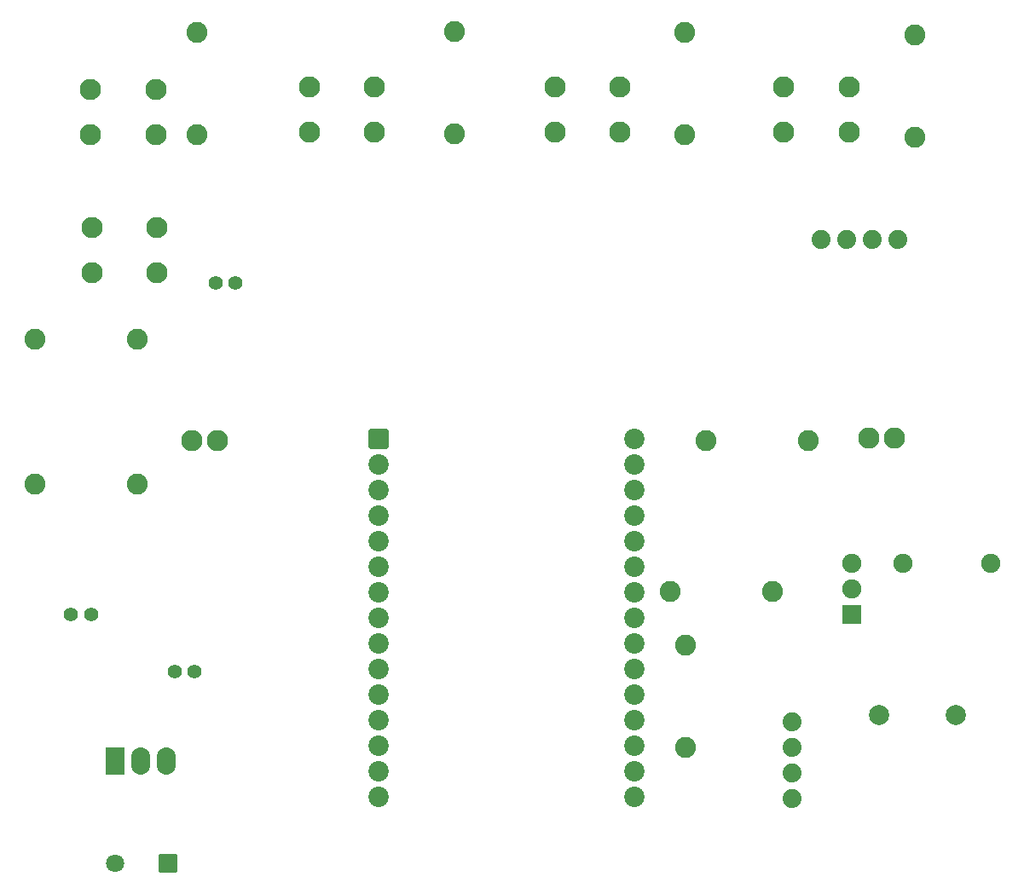
<source format=gbs>
G04 Layer: BottomSolderMaskLayer*
G04 EasyEDA v6.5.40, 2024-02-13 21:11:00*
G04 0db29987ae6842e5b8bd60c629fb3438,0aba9cac1add4106ad3baa3c3c759302,10*
G04 Gerber Generator version 0.2*
G04 Scale: 100 percent, Rotated: No, Reflected: No *
G04 Dimensions in millimeters *
G04 leading zeros omitted , absolute positions ,4 integer and 5 decimal *
%FSLAX45Y45*%
%MOMM*%

%AMMACRO1*1,1,$1,$2,$3*1,1,$1,$4,$5*1,1,$1,0-$2,0-$3*1,1,$1,0-$4,0-$5*20,1,$1,$2,$3,$4,$5,0*20,1,$1,$4,$5,0-$2,0-$3,0*20,1,$1,0-$2,0-$3,0-$4,0-$5,0*20,1,$1,0-$4,0-$5,$2,$3,0*4,1,4,$2,$3,$4,$5,0-$2,0-$3,0-$4,0-$5,$2,$3,0*%
%ADD10C,1.4016*%
%ADD11C,2.1032*%
%ADD12C,1.9016*%
%ADD13MACRO1,0.1016X-0.85X0.85X0.85X0.85*%
%ADD14C,1.8016*%
%ADD15C,1.8796*%
%ADD16C,2.0032*%
%ADD17MACRO1,0.1016X-0.9X0.9X0.9X0.9*%
%ADD18C,2.0828*%
%ADD19C,2.1016*%
%ADD20MACRO1,0.5X-0.762X0.762X0.762X0.762*%
%ADD21C,2.0240*%
%ADD22O,1.9015964X2.7015948*%
%ADD23MACRO1,0.1016X-0.9X1.3X0.9X1.3*%

%LPD*%
D10*
G01*
X2084400Y6858000D03*
G01*
X2284399Y6858000D03*
G01*
X849299Y3568700D03*
G01*
X649300Y3568700D03*
G01*
X1678000Y2997200D03*
G01*
X1877999Y2997200D03*
D11*
G01*
X8572500Y5321300D03*
G01*
X8826500Y5321300D03*
G01*
X1854200Y5295900D03*
G01*
X2108200Y5295900D03*
D12*
G01*
X9782200Y4076700D03*
G01*
X8912199Y4076700D03*
D13*
G01*
X1615439Y1092200D03*
D14*
G01*
X1087120Y1092200D03*
D15*
G01*
X8102600Y7289800D03*
G01*
X8356600Y7289800D03*
G01*
X8610600Y7289800D03*
G01*
X8864600Y7289800D03*
G01*
X7810500Y2501900D03*
G01*
X7810500Y2247900D03*
G01*
X7810500Y1993900D03*
G01*
X7810500Y1739900D03*
D16*
G01*
X9436100Y2565400D03*
G01*
X8674100Y2565400D03*
D17*
G01*
X8407400Y3568700D03*
D12*
G01*
X8407400Y3822700D03*
G01*
X8407400Y4076700D03*
D18*
G01*
X6959600Y5295900D03*
G01*
X7975600Y5295900D03*
G01*
X1308100Y6299200D03*
G01*
X292100Y6299200D03*
G01*
X292100Y4864100D03*
G01*
X1308100Y4864100D03*
G01*
X6604000Y3797300D03*
G01*
X7620000Y3797300D03*
G01*
X1905000Y8331200D03*
G01*
X1905000Y9347200D03*
G01*
X4457700Y8343900D03*
G01*
X4457700Y9359900D03*
G01*
X6743700Y8331200D03*
G01*
X6743700Y9347200D03*
G01*
X9029700Y8305800D03*
G01*
X9029700Y9321800D03*
D19*
G01*
X1506093Y6963206D03*
G01*
X856106Y6963206D03*
G01*
X856106Y7413193D03*
G01*
X1506093Y7413193D03*
G01*
X1493393Y8334806D03*
G01*
X843406Y8334806D03*
G01*
X843406Y8784793D03*
G01*
X1493393Y8784793D03*
G01*
X3665093Y8360206D03*
G01*
X3015106Y8360206D03*
G01*
X3015106Y8810193D03*
G01*
X3665093Y8810193D03*
G01*
X6103493Y8360206D03*
G01*
X5453506Y8360206D03*
G01*
X5453506Y8810193D03*
G01*
X6103493Y8810193D03*
G01*
X8376793Y8360206D03*
G01*
X7726806Y8360206D03*
G01*
X7726806Y8810193D03*
G01*
X8376793Y8810193D03*
D20*
G01*
X3708400Y5308625D03*
D21*
G01*
X3708425Y5054574D03*
G01*
X3708425Y4800574D03*
G01*
X3708425Y4546574D03*
G01*
X3708425Y4292574D03*
G01*
X3708425Y4038574D03*
G01*
X3708425Y3784574D03*
G01*
X3708425Y3530574D03*
G01*
X3708425Y3276574D03*
G01*
X3708425Y3022574D03*
G01*
X3708425Y2768574D03*
G01*
X3708425Y2514574D03*
G01*
X3708425Y2260574D03*
G01*
X3708425Y2006574D03*
G01*
X3708425Y1752574D03*
G01*
X6248425Y1752574D03*
G01*
X6248425Y2006574D03*
G01*
X6248425Y2260574D03*
G01*
X6248425Y2514574D03*
G01*
X6248425Y2768574D03*
G01*
X6248425Y3022574D03*
G01*
X6248425Y3276574D03*
G01*
X6248425Y3530574D03*
G01*
X6248425Y3784574D03*
G01*
X6248425Y4038574D03*
G01*
X6248425Y4292574D03*
G01*
X6248425Y4546574D03*
G01*
X6248425Y4800574D03*
G01*
X6248425Y5054574D03*
G01*
X6248425Y5308574D03*
D22*
G01*
X1346200Y2108682D03*
G01*
X1600225Y2107692D03*
D23*
G01*
X1092187Y2108695D03*
D18*
G01*
X6756400Y2247900D03*
G01*
X6756400Y3263900D03*
M02*

</source>
